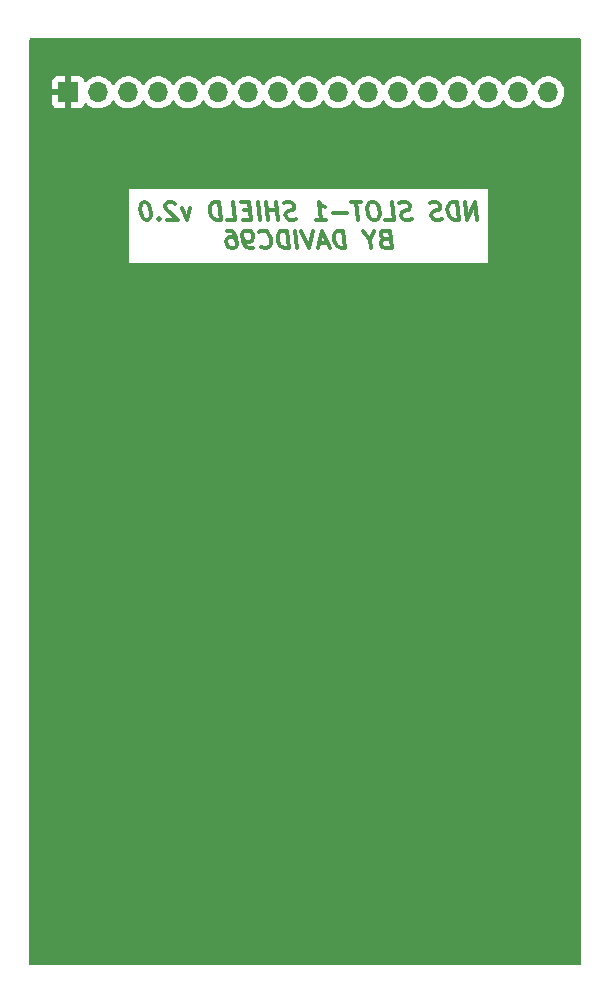
<source format=gbr>
%TF.GenerationSoftware,KiCad,Pcbnew,(6.0.4)*%
%TF.CreationDate,2022-07-04T19:49:19+02:00*%
%TF.ProjectId,NDS Card Reader,4e445320-4361-4726-9420-526561646572,rev?*%
%TF.SameCoordinates,Original*%
%TF.FileFunction,Copper,L2,Bot*%
%TF.FilePolarity,Positive*%
%FSLAX46Y46*%
G04 Gerber Fmt 4.6, Leading zero omitted, Abs format (unit mm)*
G04 Created by KiCad (PCBNEW (6.0.4)) date 2022-07-04 19:49:19*
%MOMM*%
%LPD*%
G01*
G04 APERTURE LIST*
%ADD10C,0.300000*%
%TA.AperFunction,NonConductor*%
%ADD11C,0.300000*%
%TD*%
%TA.AperFunction,ComponentPad*%
%ADD12R,1.700000X1.700000*%
%TD*%
%TA.AperFunction,ComponentPad*%
%ADD13O,1.700000X1.700000*%
%TD*%
%TA.AperFunction,ViaPad*%
%ADD14C,2.500000*%
%TD*%
G04 APERTURE END LIST*
D10*
D11*
X164180580Y-94611071D02*
X163993080Y-93111071D01*
X163323437Y-94611071D01*
X163135937Y-93111071D01*
X162609151Y-94611071D02*
X162421651Y-93111071D01*
X162064508Y-93111071D01*
X161859151Y-93182500D01*
X161734151Y-93325357D01*
X161680580Y-93468214D01*
X161644866Y-93753928D01*
X161671651Y-93968214D01*
X161778794Y-94253928D01*
X161868080Y-94396785D01*
X162028794Y-94539642D01*
X162252008Y-94611071D01*
X162609151Y-94611071D01*
X161171651Y-94539642D02*
X160966294Y-94611071D01*
X160609151Y-94611071D01*
X160457366Y-94539642D01*
X160377008Y-94468214D01*
X160287723Y-94325357D01*
X160269866Y-94182500D01*
X160323437Y-94039642D01*
X160385937Y-93968214D01*
X160519866Y-93896785D01*
X160796651Y-93825357D01*
X160930580Y-93753928D01*
X160993080Y-93682500D01*
X161046651Y-93539642D01*
X161028794Y-93396785D01*
X160939508Y-93253928D01*
X160859151Y-93182500D01*
X160707366Y-93111071D01*
X160350223Y-93111071D01*
X160144866Y-93182500D01*
X158600223Y-94539642D02*
X158394866Y-94611071D01*
X158037723Y-94611071D01*
X157885937Y-94539642D01*
X157805580Y-94468214D01*
X157716294Y-94325357D01*
X157698437Y-94182500D01*
X157752008Y-94039642D01*
X157814508Y-93968214D01*
X157948437Y-93896785D01*
X158225223Y-93825357D01*
X158359151Y-93753928D01*
X158421651Y-93682500D01*
X158475223Y-93539642D01*
X158457366Y-93396785D01*
X158368080Y-93253928D01*
X158287723Y-93182500D01*
X158135937Y-93111071D01*
X157778794Y-93111071D01*
X157573437Y-93182500D01*
X156394866Y-94611071D02*
X157109151Y-94611071D01*
X156921651Y-93111071D01*
X155421651Y-93111071D02*
X155135937Y-93111071D01*
X155002008Y-93182500D01*
X154877008Y-93325357D01*
X154841294Y-93611071D01*
X154903794Y-94111071D01*
X155010937Y-94396785D01*
X155171651Y-94539642D01*
X155323437Y-94611071D01*
X155609151Y-94611071D01*
X155743080Y-94539642D01*
X155868080Y-94396785D01*
X155903794Y-94111071D01*
X155841294Y-93611071D01*
X155734151Y-93325357D01*
X155573437Y-93182500D01*
X155421651Y-93111071D01*
X154350223Y-93111071D02*
X153493080Y-93111071D01*
X154109151Y-94611071D02*
X153921651Y-93111071D01*
X153109151Y-94039642D02*
X151966294Y-94039642D01*
X150537723Y-94611071D02*
X151394866Y-94611071D01*
X150966294Y-94611071D02*
X150778794Y-93111071D01*
X150948437Y-93325357D01*
X151109151Y-93468214D01*
X151260937Y-93539642D01*
X148814508Y-94539642D02*
X148609151Y-94611071D01*
X148252008Y-94611071D01*
X148100223Y-94539642D01*
X148019866Y-94468214D01*
X147930580Y-94325357D01*
X147912723Y-94182500D01*
X147966294Y-94039642D01*
X148028794Y-93968214D01*
X148162723Y-93896785D01*
X148439508Y-93825357D01*
X148573437Y-93753928D01*
X148635937Y-93682500D01*
X148689508Y-93539642D01*
X148671651Y-93396785D01*
X148582366Y-93253928D01*
X148502008Y-93182500D01*
X148350223Y-93111071D01*
X147993080Y-93111071D01*
X147787723Y-93182500D01*
X147323437Y-94611071D02*
X147135937Y-93111071D01*
X147225223Y-93825357D02*
X146368080Y-93825357D01*
X146466294Y-94611071D02*
X146278794Y-93111071D01*
X145752008Y-94611071D02*
X145564508Y-93111071D01*
X144939508Y-93825357D02*
X144439508Y-93825357D01*
X144323437Y-94611071D02*
X145037723Y-94611071D01*
X144850223Y-93111071D01*
X144135937Y-93111071D01*
X142966294Y-94611071D02*
X143680580Y-94611071D01*
X143493080Y-93111071D01*
X142466294Y-94611071D02*
X142278794Y-93111071D01*
X141921651Y-93111071D01*
X141716294Y-93182500D01*
X141591294Y-93325357D01*
X141537723Y-93468214D01*
X141502008Y-93753928D01*
X141528794Y-93968214D01*
X141635937Y-94253928D01*
X141725223Y-94396785D01*
X141885937Y-94539642D01*
X142109151Y-94611071D01*
X142466294Y-94611071D01*
X139841294Y-93611071D02*
X139609151Y-94611071D01*
X139127008Y-93611071D01*
X138582366Y-93253928D02*
X138502008Y-93182500D01*
X138350223Y-93111071D01*
X137993080Y-93111071D01*
X137859151Y-93182500D01*
X137796651Y-93253928D01*
X137743080Y-93396785D01*
X137760937Y-93539642D01*
X137859151Y-93753928D01*
X138823437Y-94611071D01*
X137894866Y-94611071D01*
X137234151Y-94468214D02*
X137171651Y-94539642D01*
X137252008Y-94611071D01*
X137314508Y-94539642D01*
X137234151Y-94468214D01*
X137252008Y-94611071D01*
X136064508Y-93111071D02*
X135921651Y-93111071D01*
X135787723Y-93182500D01*
X135725223Y-93253928D01*
X135671651Y-93396785D01*
X135635937Y-93682500D01*
X135680580Y-94039642D01*
X135787723Y-94325357D01*
X135877008Y-94468214D01*
X135957366Y-94539642D01*
X136109151Y-94611071D01*
X136252008Y-94611071D01*
X136385937Y-94539642D01*
X136448437Y-94468214D01*
X136502008Y-94325357D01*
X136537723Y-94039642D01*
X136493080Y-93682500D01*
X136385937Y-93396785D01*
X136296651Y-93253928D01*
X136216294Y-93182500D01*
X136064508Y-93111071D01*
X156332366Y-96240357D02*
X156127008Y-96311785D01*
X156064508Y-96383214D01*
X156010937Y-96526071D01*
X156037723Y-96740357D01*
X156127008Y-96883214D01*
X156207366Y-96954642D01*
X156359151Y-97026071D01*
X156930580Y-97026071D01*
X156743080Y-95526071D01*
X156243080Y-95526071D01*
X156109151Y-95597500D01*
X156046651Y-95668928D01*
X155993080Y-95811785D01*
X156010937Y-95954642D01*
X156100223Y-96097500D01*
X156180580Y-96168928D01*
X156332366Y-96240357D01*
X156832366Y-96240357D01*
X155055580Y-96311785D02*
X155144866Y-97026071D01*
X155457366Y-95526071D02*
X155055580Y-96311785D01*
X154457366Y-95526071D01*
X153002008Y-97026071D02*
X152814508Y-95526071D01*
X152457366Y-95526071D01*
X152252008Y-95597500D01*
X152127008Y-95740357D01*
X152073437Y-95883214D01*
X152037723Y-96168928D01*
X152064508Y-96383214D01*
X152171651Y-96668928D01*
X152260937Y-96811785D01*
X152421651Y-96954642D01*
X152644866Y-97026071D01*
X153002008Y-97026071D01*
X151519866Y-96597500D02*
X150805580Y-96597500D01*
X151716294Y-97026071D02*
X151028794Y-95526071D01*
X150716294Y-97026071D01*
X150243080Y-95526071D02*
X149930580Y-97026071D01*
X149243080Y-95526071D01*
X148930580Y-97026071D02*
X148743080Y-95526071D01*
X148216294Y-97026071D02*
X148028794Y-95526071D01*
X147671651Y-95526071D01*
X147466294Y-95597500D01*
X147341294Y-95740357D01*
X147287723Y-95883214D01*
X147252008Y-96168928D01*
X147278794Y-96383214D01*
X147385937Y-96668928D01*
X147475223Y-96811785D01*
X147635937Y-96954642D01*
X147859151Y-97026071D01*
X148216294Y-97026071D01*
X145841294Y-96883214D02*
X145921651Y-96954642D01*
X146144866Y-97026071D01*
X146287723Y-97026071D01*
X146493080Y-96954642D01*
X146618080Y-96811785D01*
X146671651Y-96668928D01*
X146707366Y-96383214D01*
X146680580Y-96168928D01*
X146573437Y-95883214D01*
X146484151Y-95740357D01*
X146323437Y-95597500D01*
X146100223Y-95526071D01*
X145957366Y-95526071D01*
X145752008Y-95597500D01*
X145689508Y-95668928D01*
X145144866Y-97026071D02*
X144859151Y-97026071D01*
X144707366Y-96954642D01*
X144627008Y-96883214D01*
X144457366Y-96668928D01*
X144350223Y-96383214D01*
X144278794Y-95811785D01*
X144332366Y-95668928D01*
X144394866Y-95597500D01*
X144528794Y-95526071D01*
X144814508Y-95526071D01*
X144966294Y-95597500D01*
X145046651Y-95668928D01*
X145135937Y-95811785D01*
X145180580Y-96168928D01*
X145127008Y-96311785D01*
X145064508Y-96383214D01*
X144930580Y-96454642D01*
X144644866Y-96454642D01*
X144493080Y-96383214D01*
X144412723Y-96311785D01*
X144323437Y-96168928D01*
X142957366Y-95526071D02*
X143243080Y-95526071D01*
X143394866Y-95597500D01*
X143475223Y-95668928D01*
X143644866Y-95883214D01*
X143752008Y-96168928D01*
X143823437Y-96740357D01*
X143769866Y-96883214D01*
X143707366Y-96954642D01*
X143573437Y-97026071D01*
X143287723Y-97026071D01*
X143135937Y-96954642D01*
X143055580Y-96883214D01*
X142966294Y-96740357D01*
X142921651Y-96383214D01*
X142975223Y-96240357D01*
X143037723Y-96168928D01*
X143171651Y-96097500D01*
X143457366Y-96097500D01*
X143609151Y-96168928D01*
X143689508Y-96240357D01*
X143778794Y-96383214D01*
D12*
%TO.P,J1,1,Pin_1*%
%TO.N,Net-(J1-Pad1)*%
X129540000Y-83820000D03*
D13*
%TO.P,J1,2,Pin_2*%
%TO.N,Net-(J1-Pad2)*%
X132080000Y-83820000D03*
%TO.P,J1,3,Pin_3*%
%TO.N,Net-(J1-Pad3)*%
X134620000Y-83820000D03*
%TO.P,J1,4,Pin_4*%
%TO.N,Net-(J1-Pad4)*%
X137160000Y-83820000D03*
%TO.P,J1,5,Pin_5*%
%TO.N,Net-(J1-Pad5)*%
X139700000Y-83820000D03*
%TO.P,J1,6,Pin_6*%
%TO.N,Net-(J1-Pad6)*%
X142240000Y-83820000D03*
%TO.P,J1,7,Pin_7*%
%TO.N,Net-(J1-Pad7)*%
X144780000Y-83820000D03*
%TO.P,J1,8,Pin_8*%
%TO.N,Net-(J1-Pad8)*%
X147320000Y-83820000D03*
%TO.P,J1,9,Pin_9*%
%TO.N,Net-(J1-Pad9)*%
X149860000Y-83820000D03*
%TO.P,J1,10,Pin_10*%
%TO.N,Net-(J1-Pad10)*%
X152400000Y-83820000D03*
%TO.P,J1,11,Pin_11*%
%TO.N,Net-(J1-Pad11)*%
X154940000Y-83820000D03*
%TO.P,J1,12,Pin_12*%
%TO.N,Net-(J1-Pad12)*%
X157480000Y-83820000D03*
%TO.P,J1,13,Pin_13*%
%TO.N,Net-(J1-Pad13)*%
X160020000Y-83820000D03*
%TO.P,J1,14,Pin_14*%
%TO.N,Net-(J1-Pad14)*%
X162560000Y-83820000D03*
%TO.P,J1,15,Pin_15*%
%TO.N,Net-(J1-Pad15)*%
X165100000Y-83820000D03*
%TO.P,J1,16,Pin_16*%
%TO.N,Net-(J1-Pad16)*%
X167640000Y-83820000D03*
%TO.P,J1,17,Pin_17*%
%TO.N,Net-(J1-Pad17)*%
X170180000Y-83820000D03*
%TD*%
D14*
%TO.N,Net-(J1-Pad1)*%
X171450000Y-154178000D03*
X171450000Y-120142000D03*
X127762000Y-154178000D03*
X127762000Y-120396000D03*
%TD*%
%TA.AperFunction,Conductor*%
%TO.N,Net-(J1-Pad1)*%
G36*
X172915621Y-79268502D02*
G01*
X172962114Y-79322158D01*
X172973500Y-79374500D01*
X172973500Y-157607500D01*
X172953498Y-157675621D01*
X172899842Y-157722114D01*
X172847500Y-157733500D01*
X126364500Y-157733500D01*
X126296379Y-157713498D01*
X126249886Y-157659842D01*
X126238500Y-157607500D01*
X126238500Y-98288500D01*
X134665786Y-98288500D01*
X165054215Y-98288500D01*
X165054215Y-91991500D01*
X134665786Y-91991500D01*
X134665786Y-98288500D01*
X126238500Y-98288500D01*
X126238500Y-84714669D01*
X128182001Y-84714669D01*
X128182371Y-84721490D01*
X128187895Y-84772352D01*
X128191521Y-84787604D01*
X128236676Y-84908054D01*
X128245214Y-84923649D01*
X128321715Y-85025724D01*
X128334276Y-85038285D01*
X128436351Y-85114786D01*
X128451946Y-85123324D01*
X128572394Y-85168478D01*
X128587649Y-85172105D01*
X128638514Y-85177631D01*
X128645328Y-85178000D01*
X129267885Y-85178000D01*
X129283124Y-85173525D01*
X129284329Y-85172135D01*
X129286000Y-85164452D01*
X129286000Y-85159884D01*
X129794000Y-85159884D01*
X129798475Y-85175123D01*
X129799865Y-85176328D01*
X129807548Y-85177999D01*
X130434669Y-85177999D01*
X130441490Y-85177629D01*
X130492352Y-85172105D01*
X130507604Y-85168479D01*
X130628054Y-85123324D01*
X130643649Y-85114786D01*
X130745724Y-85038285D01*
X130758285Y-85025724D01*
X130834786Y-84923649D01*
X130843324Y-84908054D01*
X130884225Y-84798952D01*
X130926867Y-84742188D01*
X130993428Y-84717488D01*
X131062777Y-84732696D01*
X131097444Y-84760684D01*
X131122865Y-84790031D01*
X131122869Y-84790035D01*
X131126250Y-84793938D01*
X131298126Y-84936632D01*
X131491000Y-85049338D01*
X131699692Y-85129030D01*
X131704760Y-85130061D01*
X131704763Y-85130062D01*
X131812017Y-85151883D01*
X131918597Y-85173567D01*
X131923772Y-85173757D01*
X131923774Y-85173757D01*
X132136673Y-85181564D01*
X132136677Y-85181564D01*
X132141837Y-85181753D01*
X132146957Y-85181097D01*
X132146959Y-85181097D01*
X132358288Y-85154025D01*
X132358289Y-85154025D01*
X132363416Y-85153368D01*
X132368366Y-85151883D01*
X132572429Y-85090661D01*
X132572434Y-85090659D01*
X132577384Y-85089174D01*
X132777994Y-84990896D01*
X132959860Y-84861173D01*
X133118096Y-84703489D01*
X133248453Y-84522077D01*
X133249776Y-84523028D01*
X133296645Y-84479857D01*
X133366580Y-84467625D01*
X133432026Y-84495144D01*
X133459875Y-84526994D01*
X133519987Y-84625088D01*
X133666250Y-84793938D01*
X133838126Y-84936632D01*
X134031000Y-85049338D01*
X134239692Y-85129030D01*
X134244760Y-85130061D01*
X134244763Y-85130062D01*
X134352017Y-85151883D01*
X134458597Y-85173567D01*
X134463772Y-85173757D01*
X134463774Y-85173757D01*
X134676673Y-85181564D01*
X134676677Y-85181564D01*
X134681837Y-85181753D01*
X134686957Y-85181097D01*
X134686959Y-85181097D01*
X134898288Y-85154025D01*
X134898289Y-85154025D01*
X134903416Y-85153368D01*
X134908366Y-85151883D01*
X135112429Y-85090661D01*
X135112434Y-85090659D01*
X135117384Y-85089174D01*
X135317994Y-84990896D01*
X135499860Y-84861173D01*
X135658096Y-84703489D01*
X135788453Y-84522077D01*
X135789776Y-84523028D01*
X135836645Y-84479857D01*
X135906580Y-84467625D01*
X135972026Y-84495144D01*
X135999875Y-84526994D01*
X136059987Y-84625088D01*
X136206250Y-84793938D01*
X136378126Y-84936632D01*
X136571000Y-85049338D01*
X136779692Y-85129030D01*
X136784760Y-85130061D01*
X136784763Y-85130062D01*
X136892017Y-85151883D01*
X136998597Y-85173567D01*
X137003772Y-85173757D01*
X137003774Y-85173757D01*
X137216673Y-85181564D01*
X137216677Y-85181564D01*
X137221837Y-85181753D01*
X137226957Y-85181097D01*
X137226959Y-85181097D01*
X137438288Y-85154025D01*
X137438289Y-85154025D01*
X137443416Y-85153368D01*
X137448366Y-85151883D01*
X137652429Y-85090661D01*
X137652434Y-85090659D01*
X137657384Y-85089174D01*
X137857994Y-84990896D01*
X138039860Y-84861173D01*
X138198096Y-84703489D01*
X138328453Y-84522077D01*
X138329776Y-84523028D01*
X138376645Y-84479857D01*
X138446580Y-84467625D01*
X138512026Y-84495144D01*
X138539875Y-84526994D01*
X138599987Y-84625088D01*
X138746250Y-84793938D01*
X138918126Y-84936632D01*
X139111000Y-85049338D01*
X139319692Y-85129030D01*
X139324760Y-85130061D01*
X139324763Y-85130062D01*
X139432017Y-85151883D01*
X139538597Y-85173567D01*
X139543772Y-85173757D01*
X139543774Y-85173757D01*
X139756673Y-85181564D01*
X139756677Y-85181564D01*
X139761837Y-85181753D01*
X139766957Y-85181097D01*
X139766959Y-85181097D01*
X139978288Y-85154025D01*
X139978289Y-85154025D01*
X139983416Y-85153368D01*
X139988366Y-85151883D01*
X140192429Y-85090661D01*
X140192434Y-85090659D01*
X140197384Y-85089174D01*
X140397994Y-84990896D01*
X140579860Y-84861173D01*
X140738096Y-84703489D01*
X140868453Y-84522077D01*
X140869776Y-84523028D01*
X140916645Y-84479857D01*
X140986580Y-84467625D01*
X141052026Y-84495144D01*
X141079875Y-84526994D01*
X141139987Y-84625088D01*
X141286250Y-84793938D01*
X141458126Y-84936632D01*
X141651000Y-85049338D01*
X141859692Y-85129030D01*
X141864760Y-85130061D01*
X141864763Y-85130062D01*
X141972017Y-85151883D01*
X142078597Y-85173567D01*
X142083772Y-85173757D01*
X142083774Y-85173757D01*
X142296673Y-85181564D01*
X142296677Y-85181564D01*
X142301837Y-85181753D01*
X142306957Y-85181097D01*
X142306959Y-85181097D01*
X142518288Y-85154025D01*
X142518289Y-85154025D01*
X142523416Y-85153368D01*
X142528366Y-85151883D01*
X142732429Y-85090661D01*
X142732434Y-85090659D01*
X142737384Y-85089174D01*
X142937994Y-84990896D01*
X143119860Y-84861173D01*
X143278096Y-84703489D01*
X143408453Y-84522077D01*
X143409776Y-84523028D01*
X143456645Y-84479857D01*
X143526580Y-84467625D01*
X143592026Y-84495144D01*
X143619875Y-84526994D01*
X143679987Y-84625088D01*
X143826250Y-84793938D01*
X143998126Y-84936632D01*
X144191000Y-85049338D01*
X144399692Y-85129030D01*
X144404760Y-85130061D01*
X144404763Y-85130062D01*
X144512017Y-85151883D01*
X144618597Y-85173567D01*
X144623772Y-85173757D01*
X144623774Y-85173757D01*
X144836673Y-85181564D01*
X144836677Y-85181564D01*
X144841837Y-85181753D01*
X144846957Y-85181097D01*
X144846959Y-85181097D01*
X145058288Y-85154025D01*
X145058289Y-85154025D01*
X145063416Y-85153368D01*
X145068366Y-85151883D01*
X145272429Y-85090661D01*
X145272434Y-85090659D01*
X145277384Y-85089174D01*
X145477994Y-84990896D01*
X145659860Y-84861173D01*
X145818096Y-84703489D01*
X145948453Y-84522077D01*
X145949776Y-84523028D01*
X145996645Y-84479857D01*
X146066580Y-84467625D01*
X146132026Y-84495144D01*
X146159875Y-84526994D01*
X146219987Y-84625088D01*
X146366250Y-84793938D01*
X146538126Y-84936632D01*
X146731000Y-85049338D01*
X146939692Y-85129030D01*
X146944760Y-85130061D01*
X146944763Y-85130062D01*
X147052017Y-85151883D01*
X147158597Y-85173567D01*
X147163772Y-85173757D01*
X147163774Y-85173757D01*
X147376673Y-85181564D01*
X147376677Y-85181564D01*
X147381837Y-85181753D01*
X147386957Y-85181097D01*
X147386959Y-85181097D01*
X147598288Y-85154025D01*
X147598289Y-85154025D01*
X147603416Y-85153368D01*
X147608366Y-85151883D01*
X147812429Y-85090661D01*
X147812434Y-85090659D01*
X147817384Y-85089174D01*
X148017994Y-84990896D01*
X148199860Y-84861173D01*
X148358096Y-84703489D01*
X148488453Y-84522077D01*
X148489776Y-84523028D01*
X148536645Y-84479857D01*
X148606580Y-84467625D01*
X148672026Y-84495144D01*
X148699875Y-84526994D01*
X148759987Y-84625088D01*
X148906250Y-84793938D01*
X149078126Y-84936632D01*
X149271000Y-85049338D01*
X149479692Y-85129030D01*
X149484760Y-85130061D01*
X149484763Y-85130062D01*
X149592017Y-85151883D01*
X149698597Y-85173567D01*
X149703772Y-85173757D01*
X149703774Y-85173757D01*
X149916673Y-85181564D01*
X149916677Y-85181564D01*
X149921837Y-85181753D01*
X149926957Y-85181097D01*
X149926959Y-85181097D01*
X150138288Y-85154025D01*
X150138289Y-85154025D01*
X150143416Y-85153368D01*
X150148366Y-85151883D01*
X150352429Y-85090661D01*
X150352434Y-85090659D01*
X150357384Y-85089174D01*
X150557994Y-84990896D01*
X150739860Y-84861173D01*
X150898096Y-84703489D01*
X151028453Y-84522077D01*
X151029776Y-84523028D01*
X151076645Y-84479857D01*
X151146580Y-84467625D01*
X151212026Y-84495144D01*
X151239875Y-84526994D01*
X151299987Y-84625088D01*
X151446250Y-84793938D01*
X151618126Y-84936632D01*
X151811000Y-85049338D01*
X152019692Y-85129030D01*
X152024760Y-85130061D01*
X152024763Y-85130062D01*
X152132017Y-85151883D01*
X152238597Y-85173567D01*
X152243772Y-85173757D01*
X152243774Y-85173757D01*
X152456673Y-85181564D01*
X152456677Y-85181564D01*
X152461837Y-85181753D01*
X152466957Y-85181097D01*
X152466959Y-85181097D01*
X152678288Y-85154025D01*
X152678289Y-85154025D01*
X152683416Y-85153368D01*
X152688366Y-85151883D01*
X152892429Y-85090661D01*
X152892434Y-85090659D01*
X152897384Y-85089174D01*
X153097994Y-84990896D01*
X153279860Y-84861173D01*
X153438096Y-84703489D01*
X153568453Y-84522077D01*
X153569776Y-84523028D01*
X153616645Y-84479857D01*
X153686580Y-84467625D01*
X153752026Y-84495144D01*
X153779875Y-84526994D01*
X153839987Y-84625088D01*
X153986250Y-84793938D01*
X154158126Y-84936632D01*
X154351000Y-85049338D01*
X154559692Y-85129030D01*
X154564760Y-85130061D01*
X154564763Y-85130062D01*
X154672017Y-85151883D01*
X154778597Y-85173567D01*
X154783772Y-85173757D01*
X154783774Y-85173757D01*
X154996673Y-85181564D01*
X154996677Y-85181564D01*
X155001837Y-85181753D01*
X155006957Y-85181097D01*
X155006959Y-85181097D01*
X155218288Y-85154025D01*
X155218289Y-85154025D01*
X155223416Y-85153368D01*
X155228366Y-85151883D01*
X155432429Y-85090661D01*
X155432434Y-85090659D01*
X155437384Y-85089174D01*
X155637994Y-84990896D01*
X155819860Y-84861173D01*
X155978096Y-84703489D01*
X156108453Y-84522077D01*
X156109776Y-84523028D01*
X156156645Y-84479857D01*
X156226580Y-84467625D01*
X156292026Y-84495144D01*
X156319875Y-84526994D01*
X156379987Y-84625088D01*
X156526250Y-84793938D01*
X156698126Y-84936632D01*
X156891000Y-85049338D01*
X157099692Y-85129030D01*
X157104760Y-85130061D01*
X157104763Y-85130062D01*
X157212017Y-85151883D01*
X157318597Y-85173567D01*
X157323772Y-85173757D01*
X157323774Y-85173757D01*
X157536673Y-85181564D01*
X157536677Y-85181564D01*
X157541837Y-85181753D01*
X157546957Y-85181097D01*
X157546959Y-85181097D01*
X157758288Y-85154025D01*
X157758289Y-85154025D01*
X157763416Y-85153368D01*
X157768366Y-85151883D01*
X157972429Y-85090661D01*
X157972434Y-85090659D01*
X157977384Y-85089174D01*
X158177994Y-84990896D01*
X158359860Y-84861173D01*
X158518096Y-84703489D01*
X158648453Y-84522077D01*
X158649776Y-84523028D01*
X158696645Y-84479857D01*
X158766580Y-84467625D01*
X158832026Y-84495144D01*
X158859875Y-84526994D01*
X158919987Y-84625088D01*
X159066250Y-84793938D01*
X159238126Y-84936632D01*
X159431000Y-85049338D01*
X159639692Y-85129030D01*
X159644760Y-85130061D01*
X159644763Y-85130062D01*
X159752017Y-85151883D01*
X159858597Y-85173567D01*
X159863772Y-85173757D01*
X159863774Y-85173757D01*
X160076673Y-85181564D01*
X160076677Y-85181564D01*
X160081837Y-85181753D01*
X160086957Y-85181097D01*
X160086959Y-85181097D01*
X160298288Y-85154025D01*
X160298289Y-85154025D01*
X160303416Y-85153368D01*
X160308366Y-85151883D01*
X160512429Y-85090661D01*
X160512434Y-85090659D01*
X160517384Y-85089174D01*
X160717994Y-84990896D01*
X160899860Y-84861173D01*
X161058096Y-84703489D01*
X161188453Y-84522077D01*
X161189776Y-84523028D01*
X161236645Y-84479857D01*
X161306580Y-84467625D01*
X161372026Y-84495144D01*
X161399875Y-84526994D01*
X161459987Y-84625088D01*
X161606250Y-84793938D01*
X161778126Y-84936632D01*
X161971000Y-85049338D01*
X162179692Y-85129030D01*
X162184760Y-85130061D01*
X162184763Y-85130062D01*
X162292017Y-85151883D01*
X162398597Y-85173567D01*
X162403772Y-85173757D01*
X162403774Y-85173757D01*
X162616673Y-85181564D01*
X162616677Y-85181564D01*
X162621837Y-85181753D01*
X162626957Y-85181097D01*
X162626959Y-85181097D01*
X162838288Y-85154025D01*
X162838289Y-85154025D01*
X162843416Y-85153368D01*
X162848366Y-85151883D01*
X163052429Y-85090661D01*
X163052434Y-85090659D01*
X163057384Y-85089174D01*
X163257994Y-84990896D01*
X163439860Y-84861173D01*
X163598096Y-84703489D01*
X163728453Y-84522077D01*
X163729776Y-84523028D01*
X163776645Y-84479857D01*
X163846580Y-84467625D01*
X163912026Y-84495144D01*
X163939875Y-84526994D01*
X163999987Y-84625088D01*
X164146250Y-84793938D01*
X164318126Y-84936632D01*
X164511000Y-85049338D01*
X164719692Y-85129030D01*
X164724760Y-85130061D01*
X164724763Y-85130062D01*
X164832017Y-85151883D01*
X164938597Y-85173567D01*
X164943772Y-85173757D01*
X164943774Y-85173757D01*
X165156673Y-85181564D01*
X165156677Y-85181564D01*
X165161837Y-85181753D01*
X165166957Y-85181097D01*
X165166959Y-85181097D01*
X165378288Y-85154025D01*
X165378289Y-85154025D01*
X165383416Y-85153368D01*
X165388366Y-85151883D01*
X165592429Y-85090661D01*
X165592434Y-85090659D01*
X165597384Y-85089174D01*
X165797994Y-84990896D01*
X165979860Y-84861173D01*
X166138096Y-84703489D01*
X166268453Y-84522077D01*
X166269776Y-84523028D01*
X166316645Y-84479857D01*
X166386580Y-84467625D01*
X166452026Y-84495144D01*
X166479875Y-84526994D01*
X166539987Y-84625088D01*
X166686250Y-84793938D01*
X166858126Y-84936632D01*
X167051000Y-85049338D01*
X167259692Y-85129030D01*
X167264760Y-85130061D01*
X167264763Y-85130062D01*
X167372017Y-85151883D01*
X167478597Y-85173567D01*
X167483772Y-85173757D01*
X167483774Y-85173757D01*
X167696673Y-85181564D01*
X167696677Y-85181564D01*
X167701837Y-85181753D01*
X167706957Y-85181097D01*
X167706959Y-85181097D01*
X167918288Y-85154025D01*
X167918289Y-85154025D01*
X167923416Y-85153368D01*
X167928366Y-85151883D01*
X168132429Y-85090661D01*
X168132434Y-85090659D01*
X168137384Y-85089174D01*
X168337994Y-84990896D01*
X168519860Y-84861173D01*
X168678096Y-84703489D01*
X168808453Y-84522077D01*
X168809776Y-84523028D01*
X168856645Y-84479857D01*
X168926580Y-84467625D01*
X168992026Y-84495144D01*
X169019875Y-84526994D01*
X169079987Y-84625088D01*
X169226250Y-84793938D01*
X169398126Y-84936632D01*
X169591000Y-85049338D01*
X169799692Y-85129030D01*
X169804760Y-85130061D01*
X169804763Y-85130062D01*
X169912017Y-85151883D01*
X170018597Y-85173567D01*
X170023772Y-85173757D01*
X170023774Y-85173757D01*
X170236673Y-85181564D01*
X170236677Y-85181564D01*
X170241837Y-85181753D01*
X170246957Y-85181097D01*
X170246959Y-85181097D01*
X170458288Y-85154025D01*
X170458289Y-85154025D01*
X170463416Y-85153368D01*
X170468366Y-85151883D01*
X170672429Y-85090661D01*
X170672434Y-85090659D01*
X170677384Y-85089174D01*
X170877994Y-84990896D01*
X171059860Y-84861173D01*
X171218096Y-84703489D01*
X171348453Y-84522077D01*
X171369320Y-84479857D01*
X171445136Y-84326453D01*
X171445137Y-84326451D01*
X171447430Y-84321811D01*
X171512370Y-84108069D01*
X171541529Y-83886590D01*
X171543156Y-83820000D01*
X171524852Y-83597361D01*
X171470431Y-83380702D01*
X171381354Y-83175840D01*
X171260014Y-82988277D01*
X171109670Y-82823051D01*
X171105619Y-82819852D01*
X171105615Y-82819848D01*
X170938414Y-82687800D01*
X170938410Y-82687798D01*
X170934359Y-82684598D01*
X170738789Y-82576638D01*
X170733920Y-82574914D01*
X170733916Y-82574912D01*
X170533087Y-82503795D01*
X170533083Y-82503794D01*
X170528212Y-82502069D01*
X170523119Y-82501162D01*
X170523116Y-82501161D01*
X170313373Y-82463800D01*
X170313367Y-82463799D01*
X170308284Y-82462894D01*
X170234452Y-82461992D01*
X170090081Y-82460228D01*
X170090079Y-82460228D01*
X170084911Y-82460165D01*
X169864091Y-82493955D01*
X169651756Y-82563357D01*
X169453607Y-82666507D01*
X169449474Y-82669610D01*
X169449471Y-82669612D01*
X169366450Y-82731946D01*
X169274965Y-82800635D01*
X169120629Y-82962138D01*
X169013201Y-83119621D01*
X168958293Y-83164621D01*
X168887768Y-83172792D01*
X168824021Y-83141538D01*
X168803324Y-83117054D01*
X168722822Y-82992617D01*
X168722820Y-82992614D01*
X168720014Y-82988277D01*
X168569670Y-82823051D01*
X168565619Y-82819852D01*
X168565615Y-82819848D01*
X168398414Y-82687800D01*
X168398410Y-82687798D01*
X168394359Y-82684598D01*
X168198789Y-82576638D01*
X168193920Y-82574914D01*
X168193916Y-82574912D01*
X167993087Y-82503795D01*
X167993083Y-82503794D01*
X167988212Y-82502069D01*
X167983119Y-82501162D01*
X167983116Y-82501161D01*
X167773373Y-82463800D01*
X167773367Y-82463799D01*
X167768284Y-82462894D01*
X167694452Y-82461992D01*
X167550081Y-82460228D01*
X167550079Y-82460228D01*
X167544911Y-82460165D01*
X167324091Y-82493955D01*
X167111756Y-82563357D01*
X166913607Y-82666507D01*
X166909474Y-82669610D01*
X166909471Y-82669612D01*
X166826450Y-82731946D01*
X166734965Y-82800635D01*
X166580629Y-82962138D01*
X166473201Y-83119621D01*
X166418293Y-83164621D01*
X166347768Y-83172792D01*
X166284021Y-83141538D01*
X166263324Y-83117054D01*
X166182822Y-82992617D01*
X166182820Y-82992614D01*
X166180014Y-82988277D01*
X166029670Y-82823051D01*
X166025619Y-82819852D01*
X166025615Y-82819848D01*
X165858414Y-82687800D01*
X165858410Y-82687798D01*
X165854359Y-82684598D01*
X165658789Y-82576638D01*
X165653920Y-82574914D01*
X165653916Y-82574912D01*
X165453087Y-82503795D01*
X165453083Y-82503794D01*
X165448212Y-82502069D01*
X165443119Y-82501162D01*
X165443116Y-82501161D01*
X165233373Y-82463800D01*
X165233367Y-82463799D01*
X165228284Y-82462894D01*
X165154452Y-82461992D01*
X165010081Y-82460228D01*
X165010079Y-82460228D01*
X165004911Y-82460165D01*
X164784091Y-82493955D01*
X164571756Y-82563357D01*
X164373607Y-82666507D01*
X164369474Y-82669610D01*
X164369471Y-82669612D01*
X164286450Y-82731946D01*
X164194965Y-82800635D01*
X164040629Y-82962138D01*
X163933201Y-83119621D01*
X163878293Y-83164621D01*
X163807768Y-83172792D01*
X163744021Y-83141538D01*
X163723324Y-83117054D01*
X163642822Y-82992617D01*
X163642820Y-82992614D01*
X163640014Y-82988277D01*
X163489670Y-82823051D01*
X163485619Y-82819852D01*
X163485615Y-82819848D01*
X163318414Y-82687800D01*
X163318410Y-82687798D01*
X163314359Y-82684598D01*
X163118789Y-82576638D01*
X163113920Y-82574914D01*
X163113916Y-82574912D01*
X162913087Y-82503795D01*
X162913083Y-82503794D01*
X162908212Y-82502069D01*
X162903119Y-82501162D01*
X162903116Y-82501161D01*
X162693373Y-82463800D01*
X162693367Y-82463799D01*
X162688284Y-82462894D01*
X162614452Y-82461992D01*
X162470081Y-82460228D01*
X162470079Y-82460228D01*
X162464911Y-82460165D01*
X162244091Y-82493955D01*
X162031756Y-82563357D01*
X161833607Y-82666507D01*
X161829474Y-82669610D01*
X161829471Y-82669612D01*
X161746450Y-82731946D01*
X161654965Y-82800635D01*
X161500629Y-82962138D01*
X161393201Y-83119621D01*
X161338293Y-83164621D01*
X161267768Y-83172792D01*
X161204021Y-83141538D01*
X161183324Y-83117054D01*
X161102822Y-82992617D01*
X161102820Y-82992614D01*
X161100014Y-82988277D01*
X160949670Y-82823051D01*
X160945619Y-82819852D01*
X160945615Y-82819848D01*
X160778414Y-82687800D01*
X160778410Y-82687798D01*
X160774359Y-82684598D01*
X160578789Y-82576638D01*
X160573920Y-82574914D01*
X160573916Y-82574912D01*
X160373087Y-82503795D01*
X160373083Y-82503794D01*
X160368212Y-82502069D01*
X160363119Y-82501162D01*
X160363116Y-82501161D01*
X160153373Y-82463800D01*
X160153367Y-82463799D01*
X160148284Y-82462894D01*
X160074452Y-82461992D01*
X159930081Y-82460228D01*
X159930079Y-82460228D01*
X159924911Y-82460165D01*
X159704091Y-82493955D01*
X159491756Y-82563357D01*
X159293607Y-82666507D01*
X159289474Y-82669610D01*
X159289471Y-82669612D01*
X159206450Y-82731946D01*
X159114965Y-82800635D01*
X158960629Y-82962138D01*
X158853201Y-83119621D01*
X158798293Y-83164621D01*
X158727768Y-83172792D01*
X158664021Y-83141538D01*
X158643324Y-83117054D01*
X158562822Y-82992617D01*
X158562820Y-82992614D01*
X158560014Y-82988277D01*
X158409670Y-82823051D01*
X158405619Y-82819852D01*
X158405615Y-82819848D01*
X158238414Y-82687800D01*
X158238410Y-82687798D01*
X158234359Y-82684598D01*
X158038789Y-82576638D01*
X158033920Y-82574914D01*
X158033916Y-82574912D01*
X157833087Y-82503795D01*
X157833083Y-82503794D01*
X157828212Y-82502069D01*
X157823119Y-82501162D01*
X157823116Y-82501161D01*
X157613373Y-82463800D01*
X157613367Y-82463799D01*
X157608284Y-82462894D01*
X157534452Y-82461992D01*
X157390081Y-82460228D01*
X157390079Y-82460228D01*
X157384911Y-82460165D01*
X157164091Y-82493955D01*
X156951756Y-82563357D01*
X156753607Y-82666507D01*
X156749474Y-82669610D01*
X156749471Y-82669612D01*
X156666450Y-82731946D01*
X156574965Y-82800635D01*
X156420629Y-82962138D01*
X156313201Y-83119621D01*
X156258293Y-83164621D01*
X156187768Y-83172792D01*
X156124021Y-83141538D01*
X156103324Y-83117054D01*
X156022822Y-82992617D01*
X156022820Y-82992614D01*
X156020014Y-82988277D01*
X155869670Y-82823051D01*
X155865619Y-82819852D01*
X155865615Y-82819848D01*
X155698414Y-82687800D01*
X155698410Y-82687798D01*
X155694359Y-82684598D01*
X155498789Y-82576638D01*
X155493920Y-82574914D01*
X155493916Y-82574912D01*
X155293087Y-82503795D01*
X155293083Y-82503794D01*
X155288212Y-82502069D01*
X155283119Y-82501162D01*
X155283116Y-82501161D01*
X155073373Y-82463800D01*
X155073367Y-82463799D01*
X155068284Y-82462894D01*
X154994452Y-82461992D01*
X154850081Y-82460228D01*
X154850079Y-82460228D01*
X154844911Y-82460165D01*
X154624091Y-82493955D01*
X154411756Y-82563357D01*
X154213607Y-82666507D01*
X154209474Y-82669610D01*
X154209471Y-82669612D01*
X154126450Y-82731946D01*
X154034965Y-82800635D01*
X153880629Y-82962138D01*
X153773201Y-83119621D01*
X153718293Y-83164621D01*
X153647768Y-83172792D01*
X153584021Y-83141538D01*
X153563324Y-83117054D01*
X153482822Y-82992617D01*
X153482820Y-82992614D01*
X153480014Y-82988277D01*
X153329670Y-82823051D01*
X153325619Y-82819852D01*
X153325615Y-82819848D01*
X153158414Y-82687800D01*
X153158410Y-82687798D01*
X153154359Y-82684598D01*
X152958789Y-82576638D01*
X152953920Y-82574914D01*
X152953916Y-82574912D01*
X152753087Y-82503795D01*
X152753083Y-82503794D01*
X152748212Y-82502069D01*
X152743119Y-82501162D01*
X152743116Y-82501161D01*
X152533373Y-82463800D01*
X152533367Y-82463799D01*
X152528284Y-82462894D01*
X152454452Y-82461992D01*
X152310081Y-82460228D01*
X152310079Y-82460228D01*
X152304911Y-82460165D01*
X152084091Y-82493955D01*
X151871756Y-82563357D01*
X151673607Y-82666507D01*
X151669474Y-82669610D01*
X151669471Y-82669612D01*
X151586450Y-82731946D01*
X151494965Y-82800635D01*
X151340629Y-82962138D01*
X151233201Y-83119621D01*
X151178293Y-83164621D01*
X151107768Y-83172792D01*
X151044021Y-83141538D01*
X151023324Y-83117054D01*
X150942822Y-82992617D01*
X150942820Y-82992614D01*
X150940014Y-82988277D01*
X150789670Y-82823051D01*
X150785619Y-82819852D01*
X150785615Y-82819848D01*
X150618414Y-82687800D01*
X150618410Y-82687798D01*
X150614359Y-82684598D01*
X150418789Y-82576638D01*
X150413920Y-82574914D01*
X150413916Y-82574912D01*
X150213087Y-82503795D01*
X150213083Y-82503794D01*
X150208212Y-82502069D01*
X150203119Y-82501162D01*
X150203116Y-82501161D01*
X149993373Y-82463800D01*
X149993367Y-82463799D01*
X149988284Y-82462894D01*
X149914452Y-82461992D01*
X149770081Y-82460228D01*
X149770079Y-82460228D01*
X149764911Y-82460165D01*
X149544091Y-82493955D01*
X149331756Y-82563357D01*
X149133607Y-82666507D01*
X149129474Y-82669610D01*
X149129471Y-82669612D01*
X149046450Y-82731946D01*
X148954965Y-82800635D01*
X148800629Y-82962138D01*
X148693201Y-83119621D01*
X148638293Y-83164621D01*
X148567768Y-83172792D01*
X148504021Y-83141538D01*
X148483324Y-83117054D01*
X148402822Y-82992617D01*
X148402820Y-82992614D01*
X148400014Y-82988277D01*
X148249670Y-82823051D01*
X148245619Y-82819852D01*
X148245615Y-82819848D01*
X148078414Y-82687800D01*
X148078410Y-82687798D01*
X148074359Y-82684598D01*
X147878789Y-82576638D01*
X147873920Y-82574914D01*
X147873916Y-82574912D01*
X147673087Y-82503795D01*
X147673083Y-82503794D01*
X147668212Y-82502069D01*
X147663119Y-82501162D01*
X147663116Y-82501161D01*
X147453373Y-82463800D01*
X147453367Y-82463799D01*
X147448284Y-82462894D01*
X147374452Y-82461992D01*
X147230081Y-82460228D01*
X147230079Y-82460228D01*
X147224911Y-82460165D01*
X147004091Y-82493955D01*
X146791756Y-82563357D01*
X146593607Y-82666507D01*
X146589474Y-82669610D01*
X146589471Y-82669612D01*
X146506450Y-82731946D01*
X146414965Y-82800635D01*
X146260629Y-82962138D01*
X146153201Y-83119621D01*
X146098293Y-83164621D01*
X146027768Y-83172792D01*
X145964021Y-83141538D01*
X145943324Y-83117054D01*
X145862822Y-82992617D01*
X145862820Y-82992614D01*
X145860014Y-82988277D01*
X145709670Y-82823051D01*
X145705619Y-82819852D01*
X145705615Y-82819848D01*
X145538414Y-82687800D01*
X145538410Y-82687798D01*
X145534359Y-82684598D01*
X145338789Y-82576638D01*
X145333920Y-82574914D01*
X145333916Y-82574912D01*
X145133087Y-82503795D01*
X145133083Y-82503794D01*
X145128212Y-82502069D01*
X145123119Y-82501162D01*
X145123116Y-82501161D01*
X144913373Y-82463800D01*
X144913367Y-82463799D01*
X144908284Y-82462894D01*
X144834452Y-82461992D01*
X144690081Y-82460228D01*
X144690079Y-82460228D01*
X144684911Y-82460165D01*
X144464091Y-82493955D01*
X144251756Y-82563357D01*
X144053607Y-82666507D01*
X144049474Y-82669610D01*
X144049471Y-82669612D01*
X143966450Y-82731946D01*
X143874965Y-82800635D01*
X143720629Y-82962138D01*
X143613201Y-83119621D01*
X143558293Y-83164621D01*
X143487768Y-83172792D01*
X143424021Y-83141538D01*
X143403324Y-83117054D01*
X143322822Y-82992617D01*
X143322820Y-82992614D01*
X143320014Y-82988277D01*
X143169670Y-82823051D01*
X143165619Y-82819852D01*
X143165615Y-82819848D01*
X142998414Y-82687800D01*
X142998410Y-82687798D01*
X142994359Y-82684598D01*
X142798789Y-82576638D01*
X142793920Y-82574914D01*
X142793916Y-82574912D01*
X142593087Y-82503795D01*
X142593083Y-82503794D01*
X142588212Y-82502069D01*
X142583119Y-82501162D01*
X142583116Y-82501161D01*
X142373373Y-82463800D01*
X142373367Y-82463799D01*
X142368284Y-82462894D01*
X142294452Y-82461992D01*
X142150081Y-82460228D01*
X142150079Y-82460228D01*
X142144911Y-82460165D01*
X141924091Y-82493955D01*
X141711756Y-82563357D01*
X141513607Y-82666507D01*
X141509474Y-82669610D01*
X141509471Y-82669612D01*
X141426450Y-82731946D01*
X141334965Y-82800635D01*
X141180629Y-82962138D01*
X141073201Y-83119621D01*
X141018293Y-83164621D01*
X140947768Y-83172792D01*
X140884021Y-83141538D01*
X140863324Y-83117054D01*
X140782822Y-82992617D01*
X140782820Y-82992614D01*
X140780014Y-82988277D01*
X140629670Y-82823051D01*
X140625619Y-82819852D01*
X140625615Y-82819848D01*
X140458414Y-82687800D01*
X140458410Y-82687798D01*
X140454359Y-82684598D01*
X140258789Y-82576638D01*
X140253920Y-82574914D01*
X140253916Y-82574912D01*
X140053087Y-82503795D01*
X140053083Y-82503794D01*
X140048212Y-82502069D01*
X140043119Y-82501162D01*
X140043116Y-82501161D01*
X139833373Y-82463800D01*
X139833367Y-82463799D01*
X139828284Y-82462894D01*
X139754452Y-82461992D01*
X139610081Y-82460228D01*
X139610079Y-82460228D01*
X139604911Y-82460165D01*
X139384091Y-82493955D01*
X139171756Y-82563357D01*
X138973607Y-82666507D01*
X138969474Y-82669610D01*
X138969471Y-82669612D01*
X138886450Y-82731946D01*
X138794965Y-82800635D01*
X138640629Y-82962138D01*
X138533201Y-83119621D01*
X138478293Y-83164621D01*
X138407768Y-83172792D01*
X138344021Y-83141538D01*
X138323324Y-83117054D01*
X138242822Y-82992617D01*
X138242820Y-82992614D01*
X138240014Y-82988277D01*
X138089670Y-82823051D01*
X138085619Y-82819852D01*
X138085615Y-82819848D01*
X137918414Y-82687800D01*
X137918410Y-82687798D01*
X137914359Y-82684598D01*
X137718789Y-82576638D01*
X137713920Y-82574914D01*
X137713916Y-82574912D01*
X137513087Y-82503795D01*
X137513083Y-82503794D01*
X137508212Y-82502069D01*
X137503119Y-82501162D01*
X137503116Y-82501161D01*
X137293373Y-82463800D01*
X137293367Y-82463799D01*
X137288284Y-82462894D01*
X137214452Y-82461992D01*
X137070081Y-82460228D01*
X137070079Y-82460228D01*
X137064911Y-82460165D01*
X136844091Y-82493955D01*
X136631756Y-82563357D01*
X136433607Y-82666507D01*
X136429474Y-82669610D01*
X136429471Y-82669612D01*
X136346450Y-82731946D01*
X136254965Y-82800635D01*
X136100629Y-82962138D01*
X135993201Y-83119621D01*
X135938293Y-83164621D01*
X135867768Y-83172792D01*
X135804021Y-83141538D01*
X135783324Y-83117054D01*
X135702822Y-82992617D01*
X135702820Y-82992614D01*
X135700014Y-82988277D01*
X135549670Y-82823051D01*
X135545619Y-82819852D01*
X135545615Y-82819848D01*
X135378414Y-82687800D01*
X135378410Y-82687798D01*
X135374359Y-82684598D01*
X135178789Y-82576638D01*
X135173920Y-82574914D01*
X135173916Y-82574912D01*
X134973087Y-82503795D01*
X134973083Y-82503794D01*
X134968212Y-82502069D01*
X134963119Y-82501162D01*
X134963116Y-82501161D01*
X134753373Y-82463800D01*
X134753367Y-82463799D01*
X134748284Y-82462894D01*
X134674452Y-82461992D01*
X134530081Y-82460228D01*
X134530079Y-82460228D01*
X134524911Y-82460165D01*
X134304091Y-82493955D01*
X134091756Y-82563357D01*
X133893607Y-82666507D01*
X133889474Y-82669610D01*
X133889471Y-82669612D01*
X133806450Y-82731946D01*
X133714965Y-82800635D01*
X133560629Y-82962138D01*
X133453201Y-83119621D01*
X133398293Y-83164621D01*
X133327768Y-83172792D01*
X133264021Y-83141538D01*
X133243324Y-83117054D01*
X133162822Y-82992617D01*
X133162820Y-82992614D01*
X133160014Y-82988277D01*
X133009670Y-82823051D01*
X133005619Y-82819852D01*
X133005615Y-82819848D01*
X132838414Y-82687800D01*
X132838410Y-82687798D01*
X132834359Y-82684598D01*
X132638789Y-82576638D01*
X132633920Y-82574914D01*
X132633916Y-82574912D01*
X132433087Y-82503795D01*
X132433083Y-82503794D01*
X132428212Y-82502069D01*
X132423119Y-82501162D01*
X132423116Y-82501161D01*
X132213373Y-82463800D01*
X132213367Y-82463799D01*
X132208284Y-82462894D01*
X132134452Y-82461992D01*
X131990081Y-82460228D01*
X131990079Y-82460228D01*
X131984911Y-82460165D01*
X131764091Y-82493955D01*
X131551756Y-82563357D01*
X131353607Y-82666507D01*
X131349474Y-82669610D01*
X131349471Y-82669612D01*
X131266450Y-82731946D01*
X131174965Y-82800635D01*
X131171393Y-82804373D01*
X131093898Y-82885466D01*
X131032374Y-82920895D01*
X130961462Y-82917438D01*
X130903676Y-82876192D01*
X130884823Y-82842644D01*
X130843324Y-82731946D01*
X130834786Y-82716351D01*
X130758285Y-82614276D01*
X130745724Y-82601715D01*
X130643649Y-82525214D01*
X130628054Y-82516676D01*
X130507606Y-82471522D01*
X130492351Y-82467895D01*
X130441486Y-82462369D01*
X130434672Y-82462000D01*
X129812115Y-82462000D01*
X129796876Y-82466475D01*
X129795671Y-82467865D01*
X129794000Y-82475548D01*
X129794000Y-85159884D01*
X129286000Y-85159884D01*
X129286000Y-84092115D01*
X129281525Y-84076876D01*
X129280135Y-84075671D01*
X129272452Y-84074000D01*
X128200116Y-84074000D01*
X128184877Y-84078475D01*
X128183672Y-84079865D01*
X128182001Y-84087548D01*
X128182001Y-84714669D01*
X126238500Y-84714669D01*
X126238500Y-83547885D01*
X128182000Y-83547885D01*
X128186475Y-83563124D01*
X128187865Y-83564329D01*
X128195548Y-83566000D01*
X129267885Y-83566000D01*
X129283124Y-83561525D01*
X129284329Y-83560135D01*
X129286000Y-83552452D01*
X129286000Y-82480116D01*
X129281525Y-82464877D01*
X129280135Y-82463672D01*
X129272452Y-82462001D01*
X128645331Y-82462001D01*
X128638510Y-82462371D01*
X128587648Y-82467895D01*
X128572396Y-82471521D01*
X128451946Y-82516676D01*
X128436351Y-82525214D01*
X128334276Y-82601715D01*
X128321715Y-82614276D01*
X128245214Y-82716351D01*
X128236676Y-82731946D01*
X128191522Y-82852394D01*
X128187895Y-82867649D01*
X128182369Y-82918514D01*
X128182000Y-82925328D01*
X128182000Y-83547885D01*
X126238500Y-83547885D01*
X126238500Y-79374500D01*
X126258502Y-79306379D01*
X126312158Y-79259886D01*
X126364500Y-79248500D01*
X172847500Y-79248500D01*
X172915621Y-79268502D01*
G37*
%TD.AperFunction*%
%TD*%
M02*

</source>
